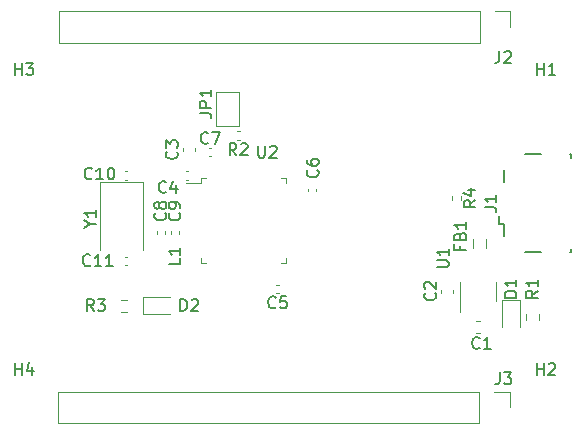
<source format=gbr>
%TF.GenerationSoftware,KiCad,Pcbnew,7.0.6-1.fc38*%
%TF.CreationDate,2023-08-06T10:31:57+03:00*%
%TF.ProjectId,stm32-breakout,73746d33-322d-4627-9265-616b6f75742e,v.1.0*%
%TF.SameCoordinates,Original*%
%TF.FileFunction,Legend,Top*%
%TF.FilePolarity,Positive*%
%FSLAX46Y46*%
G04 Gerber Fmt 4.6, Leading zero omitted, Abs format (unit mm)*
G04 Created by KiCad (PCBNEW 7.0.6-1.fc38) date 2023-08-06 10:31:57*
%MOMM*%
%LPD*%
G01*
G04 APERTURE LIST*
%ADD10C,0.150000*%
%ADD11C,0.120000*%
G04 APERTURE END LIST*
D10*
X164709819Y-102713094D02*
X163709819Y-102713094D01*
X163709819Y-102713094D02*
X163709819Y-102474999D01*
X163709819Y-102474999D02*
X163757438Y-102332142D01*
X163757438Y-102332142D02*
X163852676Y-102236904D01*
X163852676Y-102236904D02*
X163947914Y-102189285D01*
X163947914Y-102189285D02*
X164138390Y-102141666D01*
X164138390Y-102141666D02*
X164281247Y-102141666D01*
X164281247Y-102141666D02*
X164471723Y-102189285D01*
X164471723Y-102189285D02*
X164566961Y-102236904D01*
X164566961Y-102236904D02*
X164662200Y-102332142D01*
X164662200Y-102332142D02*
X164709819Y-102474999D01*
X164709819Y-102474999D02*
X164709819Y-102713094D01*
X164709819Y-101189285D02*
X164709819Y-101760713D01*
X164709819Y-101474999D02*
X163709819Y-101474999D01*
X163709819Y-101474999D02*
X163852676Y-101570237D01*
X163852676Y-101570237D02*
X163947914Y-101665475D01*
X163947914Y-101665475D02*
X163995533Y-101760713D01*
X140993333Y-90654819D02*
X140660000Y-90178628D01*
X140421905Y-90654819D02*
X140421905Y-89654819D01*
X140421905Y-89654819D02*
X140802857Y-89654819D01*
X140802857Y-89654819D02*
X140898095Y-89702438D01*
X140898095Y-89702438D02*
X140945714Y-89750057D01*
X140945714Y-89750057D02*
X140993333Y-89845295D01*
X140993333Y-89845295D02*
X140993333Y-89988152D01*
X140993333Y-89988152D02*
X140945714Y-90083390D01*
X140945714Y-90083390D02*
X140898095Y-90131009D01*
X140898095Y-90131009D02*
X140802857Y-90178628D01*
X140802857Y-90178628D02*
X140421905Y-90178628D01*
X141374286Y-89750057D02*
X141421905Y-89702438D01*
X141421905Y-89702438D02*
X141517143Y-89654819D01*
X141517143Y-89654819D02*
X141755238Y-89654819D01*
X141755238Y-89654819D02*
X141850476Y-89702438D01*
X141850476Y-89702438D02*
X141898095Y-89750057D01*
X141898095Y-89750057D02*
X141945714Y-89845295D01*
X141945714Y-89845295D02*
X141945714Y-89940533D01*
X141945714Y-89940533D02*
X141898095Y-90083390D01*
X141898095Y-90083390D02*
X141326667Y-90654819D01*
X141326667Y-90654819D02*
X141945714Y-90654819D01*
X159936009Y-98345833D02*
X159936009Y-98679166D01*
X160459819Y-98679166D02*
X159459819Y-98679166D01*
X159459819Y-98679166D02*
X159459819Y-98202976D01*
X159936009Y-97488690D02*
X159983628Y-97345833D01*
X159983628Y-97345833D02*
X160031247Y-97298214D01*
X160031247Y-97298214D02*
X160126485Y-97250595D01*
X160126485Y-97250595D02*
X160269342Y-97250595D01*
X160269342Y-97250595D02*
X160364580Y-97298214D01*
X160364580Y-97298214D02*
X160412200Y-97345833D01*
X160412200Y-97345833D02*
X160459819Y-97441071D01*
X160459819Y-97441071D02*
X160459819Y-97822023D01*
X160459819Y-97822023D02*
X159459819Y-97822023D01*
X159459819Y-97822023D02*
X159459819Y-97488690D01*
X159459819Y-97488690D02*
X159507438Y-97393452D01*
X159507438Y-97393452D02*
X159555057Y-97345833D01*
X159555057Y-97345833D02*
X159650295Y-97298214D01*
X159650295Y-97298214D02*
X159745533Y-97298214D01*
X159745533Y-97298214D02*
X159840771Y-97345833D01*
X159840771Y-97345833D02*
X159888390Y-97393452D01*
X159888390Y-97393452D02*
X159936009Y-97488690D01*
X159936009Y-97488690D02*
X159936009Y-97822023D01*
X160459819Y-96298214D02*
X160459819Y-96869642D01*
X160459819Y-96583928D02*
X159459819Y-96583928D01*
X159459819Y-96583928D02*
X159602676Y-96679166D01*
X159602676Y-96679166D02*
X159697914Y-96774404D01*
X159697914Y-96774404D02*
X159745533Y-96869642D01*
X134959580Y-95566666D02*
X135007200Y-95614285D01*
X135007200Y-95614285D02*
X135054819Y-95757142D01*
X135054819Y-95757142D02*
X135054819Y-95852380D01*
X135054819Y-95852380D02*
X135007200Y-95995237D01*
X135007200Y-95995237D02*
X134911961Y-96090475D01*
X134911961Y-96090475D02*
X134816723Y-96138094D01*
X134816723Y-96138094D02*
X134626247Y-96185713D01*
X134626247Y-96185713D02*
X134483390Y-96185713D01*
X134483390Y-96185713D02*
X134292914Y-96138094D01*
X134292914Y-96138094D02*
X134197676Y-96090475D01*
X134197676Y-96090475D02*
X134102438Y-95995237D01*
X134102438Y-95995237D02*
X134054819Y-95852380D01*
X134054819Y-95852380D02*
X134054819Y-95757142D01*
X134054819Y-95757142D02*
X134102438Y-95614285D01*
X134102438Y-95614285D02*
X134150057Y-95566666D01*
X134483390Y-94995237D02*
X134435771Y-95090475D01*
X134435771Y-95090475D02*
X134388152Y-95138094D01*
X134388152Y-95138094D02*
X134292914Y-95185713D01*
X134292914Y-95185713D02*
X134245295Y-95185713D01*
X134245295Y-95185713D02*
X134150057Y-95138094D01*
X134150057Y-95138094D02*
X134102438Y-95090475D01*
X134102438Y-95090475D02*
X134054819Y-94995237D01*
X134054819Y-94995237D02*
X134054819Y-94804761D01*
X134054819Y-94804761D02*
X134102438Y-94709523D01*
X134102438Y-94709523D02*
X134150057Y-94661904D01*
X134150057Y-94661904D02*
X134245295Y-94614285D01*
X134245295Y-94614285D02*
X134292914Y-94614285D01*
X134292914Y-94614285D02*
X134388152Y-94661904D01*
X134388152Y-94661904D02*
X134435771Y-94709523D01*
X134435771Y-94709523D02*
X134483390Y-94804761D01*
X134483390Y-94804761D02*
X134483390Y-94995237D01*
X134483390Y-94995237D02*
X134531009Y-95090475D01*
X134531009Y-95090475D02*
X134578628Y-95138094D01*
X134578628Y-95138094D02*
X134673866Y-95185713D01*
X134673866Y-95185713D02*
X134864342Y-95185713D01*
X134864342Y-95185713D02*
X134959580Y-95138094D01*
X134959580Y-95138094D02*
X135007200Y-95090475D01*
X135007200Y-95090475D02*
X135054819Y-94995237D01*
X135054819Y-94995237D02*
X135054819Y-94804761D01*
X135054819Y-94804761D02*
X135007200Y-94709523D01*
X135007200Y-94709523D02*
X134959580Y-94661904D01*
X134959580Y-94661904D02*
X134864342Y-94614285D01*
X134864342Y-94614285D02*
X134673866Y-94614285D01*
X134673866Y-94614285D02*
X134578628Y-94661904D01*
X134578628Y-94661904D02*
X134531009Y-94709523D01*
X134531009Y-94709523D02*
X134483390Y-94804761D01*
X166509819Y-102141666D02*
X166033628Y-102474999D01*
X166509819Y-102713094D02*
X165509819Y-102713094D01*
X165509819Y-102713094D02*
X165509819Y-102332142D01*
X165509819Y-102332142D02*
X165557438Y-102236904D01*
X165557438Y-102236904D02*
X165605057Y-102189285D01*
X165605057Y-102189285D02*
X165700295Y-102141666D01*
X165700295Y-102141666D02*
X165843152Y-102141666D01*
X165843152Y-102141666D02*
X165938390Y-102189285D01*
X165938390Y-102189285D02*
X165986009Y-102236904D01*
X165986009Y-102236904D02*
X166033628Y-102332142D01*
X166033628Y-102332142D02*
X166033628Y-102713094D01*
X166509819Y-101189285D02*
X166509819Y-101760713D01*
X166509819Y-101474999D02*
X165509819Y-101474999D01*
X165509819Y-101474999D02*
X165652676Y-101570237D01*
X165652676Y-101570237D02*
X165747914Y-101665475D01*
X165747914Y-101665475D02*
X165795533Y-101760713D01*
X142838095Y-89854819D02*
X142838095Y-90664342D01*
X142838095Y-90664342D02*
X142885714Y-90759580D01*
X142885714Y-90759580D02*
X142933333Y-90807200D01*
X142933333Y-90807200D02*
X143028571Y-90854819D01*
X143028571Y-90854819D02*
X143219047Y-90854819D01*
X143219047Y-90854819D02*
X143314285Y-90807200D01*
X143314285Y-90807200D02*
X143361904Y-90759580D01*
X143361904Y-90759580D02*
X143409523Y-90664342D01*
X143409523Y-90664342D02*
X143409523Y-89854819D01*
X143838095Y-89950057D02*
X143885714Y-89902438D01*
X143885714Y-89902438D02*
X143980952Y-89854819D01*
X143980952Y-89854819D02*
X144219047Y-89854819D01*
X144219047Y-89854819D02*
X144314285Y-89902438D01*
X144314285Y-89902438D02*
X144361904Y-89950057D01*
X144361904Y-89950057D02*
X144409523Y-90045295D01*
X144409523Y-90045295D02*
X144409523Y-90140533D01*
X144409523Y-90140533D02*
X144361904Y-90283390D01*
X144361904Y-90283390D02*
X143790476Y-90854819D01*
X143790476Y-90854819D02*
X144409523Y-90854819D01*
X161229819Y-94456666D02*
X160753628Y-94789999D01*
X161229819Y-95028094D02*
X160229819Y-95028094D01*
X160229819Y-95028094D02*
X160229819Y-94647142D01*
X160229819Y-94647142D02*
X160277438Y-94551904D01*
X160277438Y-94551904D02*
X160325057Y-94504285D01*
X160325057Y-94504285D02*
X160420295Y-94456666D01*
X160420295Y-94456666D02*
X160563152Y-94456666D01*
X160563152Y-94456666D02*
X160658390Y-94504285D01*
X160658390Y-94504285D02*
X160706009Y-94551904D01*
X160706009Y-94551904D02*
X160753628Y-94647142D01*
X160753628Y-94647142D02*
X160753628Y-95028094D01*
X160563152Y-93599523D02*
X161229819Y-93599523D01*
X160182200Y-93837618D02*
X160896485Y-94075713D01*
X160896485Y-94075713D02*
X160896485Y-93456666D01*
X128757142Y-92609580D02*
X128709523Y-92657200D01*
X128709523Y-92657200D02*
X128566666Y-92704819D01*
X128566666Y-92704819D02*
X128471428Y-92704819D01*
X128471428Y-92704819D02*
X128328571Y-92657200D01*
X128328571Y-92657200D02*
X128233333Y-92561961D01*
X128233333Y-92561961D02*
X128185714Y-92466723D01*
X128185714Y-92466723D02*
X128138095Y-92276247D01*
X128138095Y-92276247D02*
X128138095Y-92133390D01*
X128138095Y-92133390D02*
X128185714Y-91942914D01*
X128185714Y-91942914D02*
X128233333Y-91847676D01*
X128233333Y-91847676D02*
X128328571Y-91752438D01*
X128328571Y-91752438D02*
X128471428Y-91704819D01*
X128471428Y-91704819D02*
X128566666Y-91704819D01*
X128566666Y-91704819D02*
X128709523Y-91752438D01*
X128709523Y-91752438D02*
X128757142Y-91800057D01*
X129709523Y-92704819D02*
X129138095Y-92704819D01*
X129423809Y-92704819D02*
X129423809Y-91704819D01*
X129423809Y-91704819D02*
X129328571Y-91847676D01*
X129328571Y-91847676D02*
X129233333Y-91942914D01*
X129233333Y-91942914D02*
X129138095Y-91990533D01*
X130328571Y-91704819D02*
X130423809Y-91704819D01*
X130423809Y-91704819D02*
X130519047Y-91752438D01*
X130519047Y-91752438D02*
X130566666Y-91800057D01*
X130566666Y-91800057D02*
X130614285Y-91895295D01*
X130614285Y-91895295D02*
X130661904Y-92085771D01*
X130661904Y-92085771D02*
X130661904Y-92323866D01*
X130661904Y-92323866D02*
X130614285Y-92514342D01*
X130614285Y-92514342D02*
X130566666Y-92609580D01*
X130566666Y-92609580D02*
X130519047Y-92657200D01*
X130519047Y-92657200D02*
X130423809Y-92704819D01*
X130423809Y-92704819D02*
X130328571Y-92704819D01*
X130328571Y-92704819D02*
X130233333Y-92657200D01*
X130233333Y-92657200D02*
X130185714Y-92609580D01*
X130185714Y-92609580D02*
X130138095Y-92514342D01*
X130138095Y-92514342D02*
X130090476Y-92323866D01*
X130090476Y-92323866D02*
X130090476Y-92085771D01*
X130090476Y-92085771D02*
X130138095Y-91895295D01*
X130138095Y-91895295D02*
X130185714Y-91800057D01*
X130185714Y-91800057D02*
X130233333Y-91752438D01*
X130233333Y-91752438D02*
X130328571Y-91704819D01*
X166438095Y-83854819D02*
X166438095Y-82854819D01*
X166438095Y-83331009D02*
X167009523Y-83331009D01*
X167009523Y-83854819D02*
X167009523Y-82854819D01*
X168009523Y-83854819D02*
X167438095Y-83854819D01*
X167723809Y-83854819D02*
X167723809Y-82854819D01*
X167723809Y-82854819D02*
X167628571Y-82997676D01*
X167628571Y-82997676D02*
X167533333Y-83092914D01*
X167533333Y-83092914D02*
X167438095Y-83140533D01*
X166438095Y-109254819D02*
X166438095Y-108254819D01*
X166438095Y-108731009D02*
X167009523Y-108731009D01*
X167009523Y-109254819D02*
X167009523Y-108254819D01*
X167438095Y-108350057D02*
X167485714Y-108302438D01*
X167485714Y-108302438D02*
X167580952Y-108254819D01*
X167580952Y-108254819D02*
X167819047Y-108254819D01*
X167819047Y-108254819D02*
X167914285Y-108302438D01*
X167914285Y-108302438D02*
X167961904Y-108350057D01*
X167961904Y-108350057D02*
X168009523Y-108445295D01*
X168009523Y-108445295D02*
X168009523Y-108540533D01*
X168009523Y-108540533D02*
X167961904Y-108683390D01*
X167961904Y-108683390D02*
X167390476Y-109254819D01*
X167390476Y-109254819D02*
X168009523Y-109254819D01*
X136261905Y-103854819D02*
X136261905Y-102854819D01*
X136261905Y-102854819D02*
X136500000Y-102854819D01*
X136500000Y-102854819D02*
X136642857Y-102902438D01*
X136642857Y-102902438D02*
X136738095Y-102997676D01*
X136738095Y-102997676D02*
X136785714Y-103092914D01*
X136785714Y-103092914D02*
X136833333Y-103283390D01*
X136833333Y-103283390D02*
X136833333Y-103426247D01*
X136833333Y-103426247D02*
X136785714Y-103616723D01*
X136785714Y-103616723D02*
X136738095Y-103711961D01*
X136738095Y-103711961D02*
X136642857Y-103807200D01*
X136642857Y-103807200D02*
X136500000Y-103854819D01*
X136500000Y-103854819D02*
X136261905Y-103854819D01*
X137214286Y-102950057D02*
X137261905Y-102902438D01*
X137261905Y-102902438D02*
X137357143Y-102854819D01*
X137357143Y-102854819D02*
X137595238Y-102854819D01*
X137595238Y-102854819D02*
X137690476Y-102902438D01*
X137690476Y-102902438D02*
X137738095Y-102950057D01*
X137738095Y-102950057D02*
X137785714Y-103045295D01*
X137785714Y-103045295D02*
X137785714Y-103140533D01*
X137785714Y-103140533D02*
X137738095Y-103283390D01*
X137738095Y-103283390D02*
X137166667Y-103854819D01*
X137166667Y-103854819D02*
X137785714Y-103854819D01*
X138583333Y-89599580D02*
X138535714Y-89647200D01*
X138535714Y-89647200D02*
X138392857Y-89694819D01*
X138392857Y-89694819D02*
X138297619Y-89694819D01*
X138297619Y-89694819D02*
X138154762Y-89647200D01*
X138154762Y-89647200D02*
X138059524Y-89551961D01*
X138059524Y-89551961D02*
X138011905Y-89456723D01*
X138011905Y-89456723D02*
X137964286Y-89266247D01*
X137964286Y-89266247D02*
X137964286Y-89123390D01*
X137964286Y-89123390D02*
X138011905Y-88932914D01*
X138011905Y-88932914D02*
X138059524Y-88837676D01*
X138059524Y-88837676D02*
X138154762Y-88742438D01*
X138154762Y-88742438D02*
X138297619Y-88694819D01*
X138297619Y-88694819D02*
X138392857Y-88694819D01*
X138392857Y-88694819D02*
X138535714Y-88742438D01*
X138535714Y-88742438D02*
X138583333Y-88790057D01*
X138916667Y-88694819D02*
X139583333Y-88694819D01*
X139583333Y-88694819D02*
X139154762Y-89694819D01*
X136159580Y-95566666D02*
X136207200Y-95614285D01*
X136207200Y-95614285D02*
X136254819Y-95757142D01*
X136254819Y-95757142D02*
X136254819Y-95852380D01*
X136254819Y-95852380D02*
X136207200Y-95995237D01*
X136207200Y-95995237D02*
X136111961Y-96090475D01*
X136111961Y-96090475D02*
X136016723Y-96138094D01*
X136016723Y-96138094D02*
X135826247Y-96185713D01*
X135826247Y-96185713D02*
X135683390Y-96185713D01*
X135683390Y-96185713D02*
X135492914Y-96138094D01*
X135492914Y-96138094D02*
X135397676Y-96090475D01*
X135397676Y-96090475D02*
X135302438Y-95995237D01*
X135302438Y-95995237D02*
X135254819Y-95852380D01*
X135254819Y-95852380D02*
X135254819Y-95757142D01*
X135254819Y-95757142D02*
X135302438Y-95614285D01*
X135302438Y-95614285D02*
X135350057Y-95566666D01*
X136254819Y-95090475D02*
X136254819Y-94899999D01*
X136254819Y-94899999D02*
X136207200Y-94804761D01*
X136207200Y-94804761D02*
X136159580Y-94757142D01*
X136159580Y-94757142D02*
X136016723Y-94661904D01*
X136016723Y-94661904D02*
X135826247Y-94614285D01*
X135826247Y-94614285D02*
X135445295Y-94614285D01*
X135445295Y-94614285D02*
X135350057Y-94661904D01*
X135350057Y-94661904D02*
X135302438Y-94709523D01*
X135302438Y-94709523D02*
X135254819Y-94804761D01*
X135254819Y-94804761D02*
X135254819Y-94995237D01*
X135254819Y-94995237D02*
X135302438Y-95090475D01*
X135302438Y-95090475D02*
X135350057Y-95138094D01*
X135350057Y-95138094D02*
X135445295Y-95185713D01*
X135445295Y-95185713D02*
X135683390Y-95185713D01*
X135683390Y-95185713D02*
X135778628Y-95138094D01*
X135778628Y-95138094D02*
X135826247Y-95090475D01*
X135826247Y-95090475D02*
X135873866Y-94995237D01*
X135873866Y-94995237D02*
X135873866Y-94804761D01*
X135873866Y-94804761D02*
X135826247Y-94709523D01*
X135826247Y-94709523D02*
X135778628Y-94661904D01*
X135778628Y-94661904D02*
X135683390Y-94614285D01*
X144313333Y-103519580D02*
X144265714Y-103567200D01*
X144265714Y-103567200D02*
X144122857Y-103614819D01*
X144122857Y-103614819D02*
X144027619Y-103614819D01*
X144027619Y-103614819D02*
X143884762Y-103567200D01*
X143884762Y-103567200D02*
X143789524Y-103471961D01*
X143789524Y-103471961D02*
X143741905Y-103376723D01*
X143741905Y-103376723D02*
X143694286Y-103186247D01*
X143694286Y-103186247D02*
X143694286Y-103043390D01*
X143694286Y-103043390D02*
X143741905Y-102852914D01*
X143741905Y-102852914D02*
X143789524Y-102757676D01*
X143789524Y-102757676D02*
X143884762Y-102662438D01*
X143884762Y-102662438D02*
X144027619Y-102614819D01*
X144027619Y-102614819D02*
X144122857Y-102614819D01*
X144122857Y-102614819D02*
X144265714Y-102662438D01*
X144265714Y-102662438D02*
X144313333Y-102710057D01*
X145218095Y-102614819D02*
X144741905Y-102614819D01*
X144741905Y-102614819D02*
X144694286Y-103091009D01*
X144694286Y-103091009D02*
X144741905Y-103043390D01*
X144741905Y-103043390D02*
X144837143Y-102995771D01*
X144837143Y-102995771D02*
X145075238Y-102995771D01*
X145075238Y-102995771D02*
X145170476Y-103043390D01*
X145170476Y-103043390D02*
X145218095Y-103091009D01*
X145218095Y-103091009D02*
X145265714Y-103186247D01*
X145265714Y-103186247D02*
X145265714Y-103424342D01*
X145265714Y-103424342D02*
X145218095Y-103519580D01*
X145218095Y-103519580D02*
X145170476Y-103567200D01*
X145170476Y-103567200D02*
X145075238Y-103614819D01*
X145075238Y-103614819D02*
X144837143Y-103614819D01*
X144837143Y-103614819D02*
X144741905Y-103567200D01*
X144741905Y-103567200D02*
X144694286Y-103519580D01*
X135929580Y-90366666D02*
X135977200Y-90414285D01*
X135977200Y-90414285D02*
X136024819Y-90557142D01*
X136024819Y-90557142D02*
X136024819Y-90652380D01*
X136024819Y-90652380D02*
X135977200Y-90795237D01*
X135977200Y-90795237D02*
X135881961Y-90890475D01*
X135881961Y-90890475D02*
X135786723Y-90938094D01*
X135786723Y-90938094D02*
X135596247Y-90985713D01*
X135596247Y-90985713D02*
X135453390Y-90985713D01*
X135453390Y-90985713D02*
X135262914Y-90938094D01*
X135262914Y-90938094D02*
X135167676Y-90890475D01*
X135167676Y-90890475D02*
X135072438Y-90795237D01*
X135072438Y-90795237D02*
X135024819Y-90652380D01*
X135024819Y-90652380D02*
X135024819Y-90557142D01*
X135024819Y-90557142D02*
X135072438Y-90414285D01*
X135072438Y-90414285D02*
X135120057Y-90366666D01*
X135024819Y-90033332D02*
X135024819Y-89414285D01*
X135024819Y-89414285D02*
X135405771Y-89747618D01*
X135405771Y-89747618D02*
X135405771Y-89604761D01*
X135405771Y-89604761D02*
X135453390Y-89509523D01*
X135453390Y-89509523D02*
X135501009Y-89461904D01*
X135501009Y-89461904D02*
X135596247Y-89414285D01*
X135596247Y-89414285D02*
X135834342Y-89414285D01*
X135834342Y-89414285D02*
X135929580Y-89461904D01*
X135929580Y-89461904D02*
X135977200Y-89509523D01*
X135977200Y-89509523D02*
X136024819Y-89604761D01*
X136024819Y-89604761D02*
X136024819Y-89890475D01*
X136024819Y-89890475D02*
X135977200Y-89985713D01*
X135977200Y-89985713D02*
X135929580Y-90033332D01*
X162004819Y-95050833D02*
X162719104Y-95050833D01*
X162719104Y-95050833D02*
X162861961Y-95098452D01*
X162861961Y-95098452D02*
X162957200Y-95193690D01*
X162957200Y-95193690D02*
X163004819Y-95336547D01*
X163004819Y-95336547D02*
X163004819Y-95431785D01*
X163004819Y-94050833D02*
X163004819Y-94622261D01*
X163004819Y-94336547D02*
X162004819Y-94336547D01*
X162004819Y-94336547D02*
X162147676Y-94431785D01*
X162147676Y-94431785D02*
X162242914Y-94527023D01*
X162242914Y-94527023D02*
X162290533Y-94622261D01*
X135033333Y-93759580D02*
X134985714Y-93807200D01*
X134985714Y-93807200D02*
X134842857Y-93854819D01*
X134842857Y-93854819D02*
X134747619Y-93854819D01*
X134747619Y-93854819D02*
X134604762Y-93807200D01*
X134604762Y-93807200D02*
X134509524Y-93711961D01*
X134509524Y-93711961D02*
X134461905Y-93616723D01*
X134461905Y-93616723D02*
X134414286Y-93426247D01*
X134414286Y-93426247D02*
X134414286Y-93283390D01*
X134414286Y-93283390D02*
X134461905Y-93092914D01*
X134461905Y-93092914D02*
X134509524Y-92997676D01*
X134509524Y-92997676D02*
X134604762Y-92902438D01*
X134604762Y-92902438D02*
X134747619Y-92854819D01*
X134747619Y-92854819D02*
X134842857Y-92854819D01*
X134842857Y-92854819D02*
X134985714Y-92902438D01*
X134985714Y-92902438D02*
X135033333Y-92950057D01*
X135890476Y-93188152D02*
X135890476Y-93854819D01*
X135652381Y-92807200D02*
X135414286Y-93521485D01*
X135414286Y-93521485D02*
X136033333Y-93521485D01*
X136254819Y-99366666D02*
X136254819Y-99842856D01*
X136254819Y-99842856D02*
X135254819Y-99842856D01*
X136254819Y-98509523D02*
X136254819Y-99080951D01*
X136254819Y-98795237D02*
X135254819Y-98795237D01*
X135254819Y-98795237D02*
X135397676Y-98890475D01*
X135397676Y-98890475D02*
X135492914Y-98985713D01*
X135492914Y-98985713D02*
X135540533Y-99080951D01*
X122238095Y-83854819D02*
X122238095Y-82854819D01*
X122238095Y-83331009D02*
X122809523Y-83331009D01*
X122809523Y-83854819D02*
X122809523Y-82854819D01*
X123190476Y-82854819D02*
X123809523Y-82854819D01*
X123809523Y-82854819D02*
X123476190Y-83235771D01*
X123476190Y-83235771D02*
X123619047Y-83235771D01*
X123619047Y-83235771D02*
X123714285Y-83283390D01*
X123714285Y-83283390D02*
X123761904Y-83331009D01*
X123761904Y-83331009D02*
X123809523Y-83426247D01*
X123809523Y-83426247D02*
X123809523Y-83664342D01*
X123809523Y-83664342D02*
X123761904Y-83759580D01*
X123761904Y-83759580D02*
X123714285Y-83807200D01*
X123714285Y-83807200D02*
X123619047Y-83854819D01*
X123619047Y-83854819D02*
X123333333Y-83854819D01*
X123333333Y-83854819D02*
X123238095Y-83807200D01*
X123238095Y-83807200D02*
X123190476Y-83759580D01*
X128908333Y-103854819D02*
X128575000Y-103378628D01*
X128336905Y-103854819D02*
X128336905Y-102854819D01*
X128336905Y-102854819D02*
X128717857Y-102854819D01*
X128717857Y-102854819D02*
X128813095Y-102902438D01*
X128813095Y-102902438D02*
X128860714Y-102950057D01*
X128860714Y-102950057D02*
X128908333Y-103045295D01*
X128908333Y-103045295D02*
X128908333Y-103188152D01*
X128908333Y-103188152D02*
X128860714Y-103283390D01*
X128860714Y-103283390D02*
X128813095Y-103331009D01*
X128813095Y-103331009D02*
X128717857Y-103378628D01*
X128717857Y-103378628D02*
X128336905Y-103378628D01*
X129241667Y-102854819D02*
X129860714Y-102854819D01*
X129860714Y-102854819D02*
X129527381Y-103235771D01*
X129527381Y-103235771D02*
X129670238Y-103235771D01*
X129670238Y-103235771D02*
X129765476Y-103283390D01*
X129765476Y-103283390D02*
X129813095Y-103331009D01*
X129813095Y-103331009D02*
X129860714Y-103426247D01*
X129860714Y-103426247D02*
X129860714Y-103664342D01*
X129860714Y-103664342D02*
X129813095Y-103759580D01*
X129813095Y-103759580D02*
X129765476Y-103807200D01*
X129765476Y-103807200D02*
X129670238Y-103854819D01*
X129670238Y-103854819D02*
X129384524Y-103854819D01*
X129384524Y-103854819D02*
X129289286Y-103807200D01*
X129289286Y-103807200D02*
X129241667Y-103759580D01*
X157814580Y-102341666D02*
X157862200Y-102389285D01*
X157862200Y-102389285D02*
X157909819Y-102532142D01*
X157909819Y-102532142D02*
X157909819Y-102627380D01*
X157909819Y-102627380D02*
X157862200Y-102770237D01*
X157862200Y-102770237D02*
X157766961Y-102865475D01*
X157766961Y-102865475D02*
X157671723Y-102913094D01*
X157671723Y-102913094D02*
X157481247Y-102960713D01*
X157481247Y-102960713D02*
X157338390Y-102960713D01*
X157338390Y-102960713D02*
X157147914Y-102913094D01*
X157147914Y-102913094D02*
X157052676Y-102865475D01*
X157052676Y-102865475D02*
X156957438Y-102770237D01*
X156957438Y-102770237D02*
X156909819Y-102627380D01*
X156909819Y-102627380D02*
X156909819Y-102532142D01*
X156909819Y-102532142D02*
X156957438Y-102389285D01*
X156957438Y-102389285D02*
X157005057Y-102341666D01*
X157005057Y-101960713D02*
X156957438Y-101913094D01*
X156957438Y-101913094D02*
X156909819Y-101817856D01*
X156909819Y-101817856D02*
X156909819Y-101579761D01*
X156909819Y-101579761D02*
X156957438Y-101484523D01*
X156957438Y-101484523D02*
X157005057Y-101436904D01*
X157005057Y-101436904D02*
X157100295Y-101389285D01*
X157100295Y-101389285D02*
X157195533Y-101389285D01*
X157195533Y-101389285D02*
X157338390Y-101436904D01*
X157338390Y-101436904D02*
X157909819Y-102008332D01*
X157909819Y-102008332D02*
X157909819Y-101389285D01*
X157954819Y-100136904D02*
X158764342Y-100136904D01*
X158764342Y-100136904D02*
X158859580Y-100089285D01*
X158859580Y-100089285D02*
X158907200Y-100041666D01*
X158907200Y-100041666D02*
X158954819Y-99946428D01*
X158954819Y-99946428D02*
X158954819Y-99755952D01*
X158954819Y-99755952D02*
X158907200Y-99660714D01*
X158907200Y-99660714D02*
X158859580Y-99613095D01*
X158859580Y-99613095D02*
X158764342Y-99565476D01*
X158764342Y-99565476D02*
X157954819Y-99565476D01*
X158954819Y-98565476D02*
X158954819Y-99136904D01*
X158954819Y-98851190D02*
X157954819Y-98851190D01*
X157954819Y-98851190D02*
X158097676Y-98946428D01*
X158097676Y-98946428D02*
X158192914Y-99041666D01*
X158192914Y-99041666D02*
X158240533Y-99136904D01*
X147859580Y-91916666D02*
X147907200Y-91964285D01*
X147907200Y-91964285D02*
X147954819Y-92107142D01*
X147954819Y-92107142D02*
X147954819Y-92202380D01*
X147954819Y-92202380D02*
X147907200Y-92345237D01*
X147907200Y-92345237D02*
X147811961Y-92440475D01*
X147811961Y-92440475D02*
X147716723Y-92488094D01*
X147716723Y-92488094D02*
X147526247Y-92535713D01*
X147526247Y-92535713D02*
X147383390Y-92535713D01*
X147383390Y-92535713D02*
X147192914Y-92488094D01*
X147192914Y-92488094D02*
X147097676Y-92440475D01*
X147097676Y-92440475D02*
X147002438Y-92345237D01*
X147002438Y-92345237D02*
X146954819Y-92202380D01*
X146954819Y-92202380D02*
X146954819Y-92107142D01*
X146954819Y-92107142D02*
X147002438Y-91964285D01*
X147002438Y-91964285D02*
X147050057Y-91916666D01*
X146954819Y-91059523D02*
X146954819Y-91249999D01*
X146954819Y-91249999D02*
X147002438Y-91345237D01*
X147002438Y-91345237D02*
X147050057Y-91392856D01*
X147050057Y-91392856D02*
X147192914Y-91488094D01*
X147192914Y-91488094D02*
X147383390Y-91535713D01*
X147383390Y-91535713D02*
X147764342Y-91535713D01*
X147764342Y-91535713D02*
X147859580Y-91488094D01*
X147859580Y-91488094D02*
X147907200Y-91440475D01*
X147907200Y-91440475D02*
X147954819Y-91345237D01*
X147954819Y-91345237D02*
X147954819Y-91154761D01*
X147954819Y-91154761D02*
X147907200Y-91059523D01*
X147907200Y-91059523D02*
X147859580Y-91011904D01*
X147859580Y-91011904D02*
X147764342Y-90964285D01*
X147764342Y-90964285D02*
X147526247Y-90964285D01*
X147526247Y-90964285D02*
X147431009Y-91011904D01*
X147431009Y-91011904D02*
X147383390Y-91059523D01*
X147383390Y-91059523D02*
X147335771Y-91154761D01*
X147335771Y-91154761D02*
X147335771Y-91345237D01*
X147335771Y-91345237D02*
X147383390Y-91440475D01*
X147383390Y-91440475D02*
X147431009Y-91488094D01*
X147431009Y-91488094D02*
X147526247Y-91535713D01*
X137879819Y-87108333D02*
X138594104Y-87108333D01*
X138594104Y-87108333D02*
X138736961Y-87155952D01*
X138736961Y-87155952D02*
X138832200Y-87251190D01*
X138832200Y-87251190D02*
X138879819Y-87394047D01*
X138879819Y-87394047D02*
X138879819Y-87489285D01*
X138879819Y-86632142D02*
X137879819Y-86632142D01*
X137879819Y-86632142D02*
X137879819Y-86251190D01*
X137879819Y-86251190D02*
X137927438Y-86155952D01*
X137927438Y-86155952D02*
X137975057Y-86108333D01*
X137975057Y-86108333D02*
X138070295Y-86060714D01*
X138070295Y-86060714D02*
X138213152Y-86060714D01*
X138213152Y-86060714D02*
X138308390Y-86108333D01*
X138308390Y-86108333D02*
X138356009Y-86155952D01*
X138356009Y-86155952D02*
X138403628Y-86251190D01*
X138403628Y-86251190D02*
X138403628Y-86632142D01*
X138879819Y-85108333D02*
X138879819Y-85679761D01*
X138879819Y-85394047D02*
X137879819Y-85394047D01*
X137879819Y-85394047D02*
X138022676Y-85489285D01*
X138022676Y-85489285D02*
X138117914Y-85584523D01*
X138117914Y-85584523D02*
X138165533Y-85679761D01*
X128628628Y-96476190D02*
X129104819Y-96476190D01*
X128104819Y-96809523D02*
X128628628Y-96476190D01*
X128628628Y-96476190D02*
X128104819Y-96142857D01*
X129104819Y-95285714D02*
X129104819Y-95857142D01*
X129104819Y-95571428D02*
X128104819Y-95571428D01*
X128104819Y-95571428D02*
X128247676Y-95666666D01*
X128247676Y-95666666D02*
X128342914Y-95761904D01*
X128342914Y-95761904D02*
X128390533Y-95857142D01*
X161583333Y-106964580D02*
X161535714Y-107012200D01*
X161535714Y-107012200D02*
X161392857Y-107059819D01*
X161392857Y-107059819D02*
X161297619Y-107059819D01*
X161297619Y-107059819D02*
X161154762Y-107012200D01*
X161154762Y-107012200D02*
X161059524Y-106916961D01*
X161059524Y-106916961D02*
X161011905Y-106821723D01*
X161011905Y-106821723D02*
X160964286Y-106631247D01*
X160964286Y-106631247D02*
X160964286Y-106488390D01*
X160964286Y-106488390D02*
X161011905Y-106297914D01*
X161011905Y-106297914D02*
X161059524Y-106202676D01*
X161059524Y-106202676D02*
X161154762Y-106107438D01*
X161154762Y-106107438D02*
X161297619Y-106059819D01*
X161297619Y-106059819D02*
X161392857Y-106059819D01*
X161392857Y-106059819D02*
X161535714Y-106107438D01*
X161535714Y-106107438D02*
X161583333Y-106155057D01*
X162535714Y-107059819D02*
X161964286Y-107059819D01*
X162250000Y-107059819D02*
X162250000Y-106059819D01*
X162250000Y-106059819D02*
X162154762Y-106202676D01*
X162154762Y-106202676D02*
X162059524Y-106297914D01*
X162059524Y-106297914D02*
X161964286Y-106345533D01*
X163266666Y-81854819D02*
X163266666Y-82569104D01*
X163266666Y-82569104D02*
X163219047Y-82711961D01*
X163219047Y-82711961D02*
X163123809Y-82807200D01*
X163123809Y-82807200D02*
X162980952Y-82854819D01*
X162980952Y-82854819D02*
X162885714Y-82854819D01*
X163695238Y-81950057D02*
X163742857Y-81902438D01*
X163742857Y-81902438D02*
X163838095Y-81854819D01*
X163838095Y-81854819D02*
X164076190Y-81854819D01*
X164076190Y-81854819D02*
X164171428Y-81902438D01*
X164171428Y-81902438D02*
X164219047Y-81950057D01*
X164219047Y-81950057D02*
X164266666Y-82045295D01*
X164266666Y-82045295D02*
X164266666Y-82140533D01*
X164266666Y-82140533D02*
X164219047Y-82283390D01*
X164219047Y-82283390D02*
X163647619Y-82854819D01*
X163647619Y-82854819D02*
X164266666Y-82854819D01*
X122238095Y-109254819D02*
X122238095Y-108254819D01*
X122238095Y-108731009D02*
X122809523Y-108731009D01*
X122809523Y-109254819D02*
X122809523Y-108254819D01*
X123714285Y-108588152D02*
X123714285Y-109254819D01*
X123476190Y-108207200D02*
X123238095Y-108921485D01*
X123238095Y-108921485D02*
X123857142Y-108921485D01*
X163286666Y-109054819D02*
X163286666Y-109769104D01*
X163286666Y-109769104D02*
X163239047Y-109911961D01*
X163239047Y-109911961D02*
X163143809Y-110007200D01*
X163143809Y-110007200D02*
X163000952Y-110054819D01*
X163000952Y-110054819D02*
X162905714Y-110054819D01*
X163667619Y-109054819D02*
X164286666Y-109054819D01*
X164286666Y-109054819D02*
X163953333Y-109435771D01*
X163953333Y-109435771D02*
X164096190Y-109435771D01*
X164096190Y-109435771D02*
X164191428Y-109483390D01*
X164191428Y-109483390D02*
X164239047Y-109531009D01*
X164239047Y-109531009D02*
X164286666Y-109626247D01*
X164286666Y-109626247D02*
X164286666Y-109864342D01*
X164286666Y-109864342D02*
X164239047Y-109959580D01*
X164239047Y-109959580D02*
X164191428Y-110007200D01*
X164191428Y-110007200D02*
X164096190Y-110054819D01*
X164096190Y-110054819D02*
X163810476Y-110054819D01*
X163810476Y-110054819D02*
X163715238Y-110007200D01*
X163715238Y-110007200D02*
X163667619Y-109959580D01*
X128607142Y-99959580D02*
X128559523Y-100007200D01*
X128559523Y-100007200D02*
X128416666Y-100054819D01*
X128416666Y-100054819D02*
X128321428Y-100054819D01*
X128321428Y-100054819D02*
X128178571Y-100007200D01*
X128178571Y-100007200D02*
X128083333Y-99911961D01*
X128083333Y-99911961D02*
X128035714Y-99816723D01*
X128035714Y-99816723D02*
X127988095Y-99626247D01*
X127988095Y-99626247D02*
X127988095Y-99483390D01*
X127988095Y-99483390D02*
X128035714Y-99292914D01*
X128035714Y-99292914D02*
X128083333Y-99197676D01*
X128083333Y-99197676D02*
X128178571Y-99102438D01*
X128178571Y-99102438D02*
X128321428Y-99054819D01*
X128321428Y-99054819D02*
X128416666Y-99054819D01*
X128416666Y-99054819D02*
X128559523Y-99102438D01*
X128559523Y-99102438D02*
X128607142Y-99150057D01*
X129559523Y-100054819D02*
X128988095Y-100054819D01*
X129273809Y-100054819D02*
X129273809Y-99054819D01*
X129273809Y-99054819D02*
X129178571Y-99197676D01*
X129178571Y-99197676D02*
X129083333Y-99292914D01*
X129083333Y-99292914D02*
X128988095Y-99340533D01*
X130511904Y-100054819D02*
X129940476Y-100054819D01*
X130226190Y-100054819D02*
X130226190Y-99054819D01*
X130226190Y-99054819D02*
X130130952Y-99197676D01*
X130130952Y-99197676D02*
X130035714Y-99292914D01*
X130035714Y-99292914D02*
X129940476Y-99340533D01*
D11*
%TO.C,D1*%
X164990000Y-102890000D02*
X163520000Y-102890000D01*
X163520000Y-102890000D02*
X163520000Y-105175000D01*
X164990000Y-105175000D02*
X164990000Y-102890000D01*
%TO.C,R2*%
X141006359Y-88620000D02*
X141313641Y-88620000D01*
X141006359Y-89380000D02*
X141313641Y-89380000D01*
%TO.C,FB1*%
X162165000Y-97712878D02*
X162165000Y-98512122D01*
X161045000Y-97712878D02*
X161045000Y-98512122D01*
%TO.C,C8*%
X134240000Y-97307836D02*
X134240000Y-97092164D01*
X134960000Y-97307836D02*
X134960000Y-97092164D01*
%TO.C,R1*%
X166577500Y-104137742D02*
X166577500Y-104612258D01*
X165532500Y-104137742D02*
X165532500Y-104612258D01*
%TO.C,U2*%
X137990000Y-92590000D02*
X137990000Y-93040000D01*
X137990000Y-93040000D02*
X136700000Y-93040000D01*
X137990000Y-99810000D02*
X137990000Y-99360000D01*
X138440000Y-92590000D02*
X137990000Y-92590000D01*
X138440000Y-99810000D02*
X137990000Y-99810000D01*
X144760000Y-92590000D02*
X145210000Y-92590000D01*
X144760000Y-99810000D02*
X145210000Y-99810000D01*
X145210000Y-92590000D02*
X145210000Y-93040000D01*
X145210000Y-99810000D02*
X145210000Y-99360000D01*
%TO.C,R4*%
X159985000Y-94136359D02*
X159985000Y-94443641D01*
X159225000Y-94136359D02*
X159225000Y-94443641D01*
%TO.C,C10*%
X131542164Y-92040000D02*
X131757836Y-92040000D01*
X131542164Y-92760000D02*
X131757836Y-92760000D01*
%TO.C,D2*%
X133115000Y-102665000D02*
X133115000Y-104135000D01*
X133115000Y-104135000D02*
X135400000Y-104135000D01*
X135400000Y-102665000D02*
X133115000Y-102665000D01*
%TO.C,C7*%
X138642164Y-90040000D02*
X138857836Y-90040000D01*
X138642164Y-90760000D02*
X138857836Y-90760000D01*
%TO.C,C9*%
X135440000Y-97307836D02*
X135440000Y-97092164D01*
X136160000Y-97307836D02*
X136160000Y-97092164D01*
%TO.C,C5*%
X144587836Y-102360000D02*
X144372164Y-102360000D01*
X144587836Y-101640000D02*
X144372164Y-101640000D01*
%TO.C,C3*%
X136490000Y-90340580D02*
X136490000Y-90059420D01*
X137510000Y-90340580D02*
X137510000Y-90059420D01*
D10*
%TO.C,J1*%
X165400000Y-98867500D02*
X166800000Y-98867500D01*
X169200000Y-98867500D02*
X169350000Y-98867500D01*
X169350000Y-98867500D02*
X169350000Y-98567500D01*
X163225000Y-96517500D02*
X163650000Y-96517500D01*
X163650000Y-96517500D02*
X163650000Y-97517500D01*
X163225000Y-95792500D02*
X163225000Y-96517500D01*
X163650000Y-92917500D02*
X163650000Y-91917500D01*
X169350000Y-90867500D02*
X169350000Y-90567500D01*
X166800000Y-90567500D02*
X165400000Y-90567500D01*
X169350000Y-90567500D02*
X169200000Y-90567500D01*
D11*
%TO.C,C4*%
X136907836Y-92760000D02*
X136692164Y-92760000D01*
X136907836Y-92040000D02*
X136692164Y-92040000D01*
%TO.C,R3*%
X131712258Y-103922500D02*
X131237742Y-103922500D01*
X131712258Y-102877500D02*
X131237742Y-102877500D01*
%TO.C,C2*%
X159365000Y-102034420D02*
X159365000Y-102315580D01*
X158345000Y-102034420D02*
X158345000Y-102315580D01*
%TO.C,U1*%
X159895000Y-102175000D02*
X159895000Y-103975000D01*
X159895000Y-102175000D02*
X159895000Y-101375000D01*
X163015000Y-102175000D02*
X163015000Y-102975000D01*
X163015000Y-102175000D02*
X163015000Y-101375000D01*
%TO.C,C6*%
X147760000Y-93492164D02*
X147760000Y-93707836D01*
X147040000Y-93492164D02*
X147040000Y-93707836D01*
%TO.C,JP1*%
X139250000Y-88150000D02*
X139250000Y-85350000D01*
X141250000Y-88150000D02*
X139250000Y-88150000D01*
X139250000Y-85350000D02*
X141250000Y-85350000D01*
X141250000Y-85350000D02*
X141250000Y-88150000D01*
%TO.C,Y1*%
X133050000Y-92950000D02*
X129450000Y-92950000D01*
X129450000Y-92950000D02*
X129450000Y-98700000D01*
X133050000Y-98700000D02*
X133050000Y-92950000D01*
%TO.C,C1*%
X161595580Y-105685000D02*
X161314420Y-105685000D01*
X161595580Y-104665000D02*
X161314420Y-104665000D01*
%TO.C,J2*%
X164190000Y-78470000D02*
X164190000Y-79800000D01*
X162860000Y-78470000D02*
X164190000Y-78470000D01*
X161590000Y-78470000D02*
X125970000Y-78470000D01*
X161590000Y-78470000D02*
X161590000Y-81130000D01*
X125970000Y-78470000D02*
X125970000Y-81130000D01*
X161590000Y-81130000D02*
X125970000Y-81130000D01*
%TO.C,J3*%
X164150000Y-110670000D02*
X164150000Y-112000000D01*
X162820000Y-110670000D02*
X164150000Y-110670000D01*
X161550000Y-110670000D02*
X125930000Y-110670000D01*
X161550000Y-110670000D02*
X161550000Y-113330000D01*
X125930000Y-110670000D02*
X125930000Y-113330000D01*
X161550000Y-113330000D02*
X125930000Y-113330000D01*
%TO.C,C11*%
X131542164Y-99240000D02*
X131757836Y-99240000D01*
X131542164Y-99960000D02*
X131757836Y-99960000D01*
%TD*%
M02*

</source>
